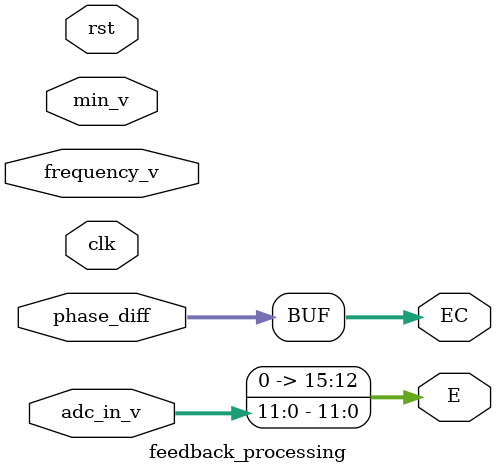
<source format=v>
module feedback_processing(
	input clk,
    input rst,
    input [11:0] adc_in_v,
	input [15:0] frequency_v,
    input [11:0] min_v,
    input signed[15:0] phase_diff,
    output [15:0] E,
    output [15:0] EC
   
   // output reg select_input
);

	reg signed [15:0] previous_adc_in_v;   // 存储上一时刻的电流值
    reg [15:0] previous_frequency_v;	//存储上一时刻的电流频率
	
	//parameter signed [15:0] I_min = -1228; // 最小电流设置为-1228
	
	
	
	// 计算E和EC
    assign E = adc_in_v;
 /*    assign EC = (previous_frequency_v != 0) ? 
                ((adc_in_v - previous_adc_in_v) * 1) / 
                (frequency_v - previous_frequency_v) : 0; */
	assign EC = phase_diff;
	
	
	
endmodule

</source>
